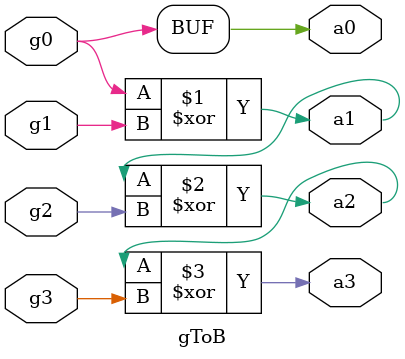
<source format=v>
module gToB(a0,a1,a2,a3,g0,g1,g2,g3);
  output a0,a1,a2,a3;
  input g0,g1,g2,g3;
  
  assign a0=g0;
  assign a1=a0^g1;
  assign a2=a1^g2;
  assign a3=a2^g3;
  
endmodule

</source>
